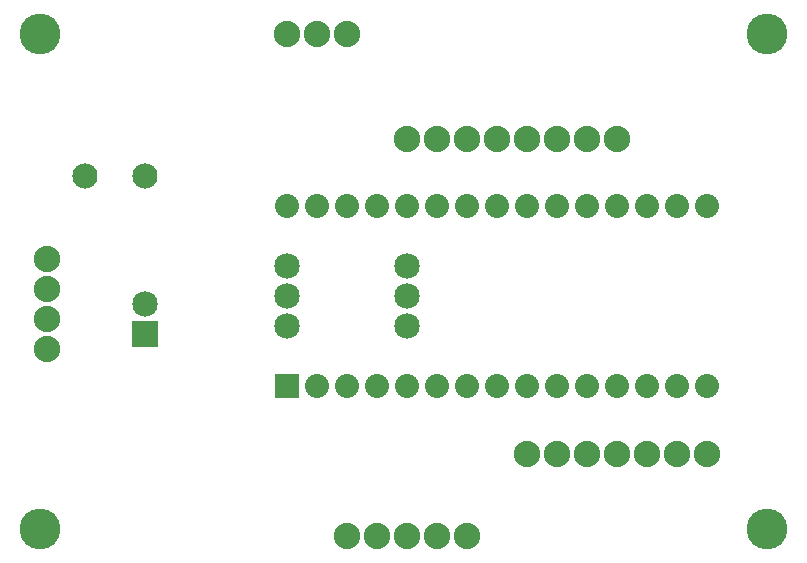
<source format=gts>
G04 MADE WITH FRITZING*
G04 WWW.FRITZING.ORG*
G04 DOUBLE SIDED*
G04 HOLES PLATED*
G04 CONTOUR ON CENTER OF CONTOUR VECTOR*
%ASAXBY*%
%FSLAX23Y23*%
%MOIN*%
%OFA0B0*%
%SFA1.0B1.0*%
%ADD10C,0.080000*%
%ADD11C,0.088000*%
%ADD12C,0.084000*%
%ADD13C,0.085000*%
%ADD14C,0.135984*%
%ADD15R,0.080000X0.079972*%
%ADD16R,0.085000X0.085000*%
%LNMASK1*%
G90*
G70*
G54D10*
X984Y632D03*
X1084Y632D03*
X1184Y632D03*
X1284Y632D03*
X1384Y632D03*
X1484Y632D03*
X1584Y632D03*
X1684Y632D03*
X1784Y632D03*
X1884Y632D03*
X1984Y632D03*
X2084Y632D03*
X2184Y632D03*
X2284Y632D03*
X2384Y632D03*
X984Y1232D03*
X1084Y1232D03*
X1184Y1232D03*
X1284Y1232D03*
X1384Y1232D03*
X1484Y1232D03*
X1584Y1232D03*
X1684Y1232D03*
X1784Y1232D03*
X1884Y1232D03*
X1984Y1232D03*
X2084Y1232D03*
X2184Y1232D03*
X2284Y1232D03*
X2384Y1232D03*
G54D11*
X185Y1057D03*
X185Y957D03*
X185Y857D03*
X185Y757D03*
G54D12*
X310Y1332D03*
X510Y1332D03*
X310Y1332D03*
X510Y1332D03*
G54D13*
X510Y807D03*
X510Y907D03*
X985Y832D03*
X1385Y832D03*
X985Y932D03*
X1385Y932D03*
X985Y1032D03*
X1385Y1032D03*
G54D11*
X1285Y132D03*
X1385Y132D03*
X1485Y132D03*
X1585Y132D03*
X1285Y132D03*
X1385Y132D03*
X1485Y132D03*
X1585Y132D03*
X985Y1807D03*
X1085Y1807D03*
X1185Y1807D03*
X1785Y407D03*
X1885Y407D03*
X1985Y407D03*
X2085Y407D03*
X2185Y407D03*
X2285Y407D03*
X2385Y407D03*
G54D14*
X160Y1807D03*
X160Y157D03*
X2585Y157D03*
X2585Y1807D03*
G54D11*
X1385Y1457D03*
X1485Y1457D03*
X1585Y1457D03*
X1685Y1457D03*
X1785Y1457D03*
X1885Y1457D03*
X1985Y1457D03*
X2085Y1457D03*
X1185Y132D03*
G54D15*
X984Y632D03*
G54D16*
X510Y807D03*
G04 End of Mask1*
M02*
</source>
